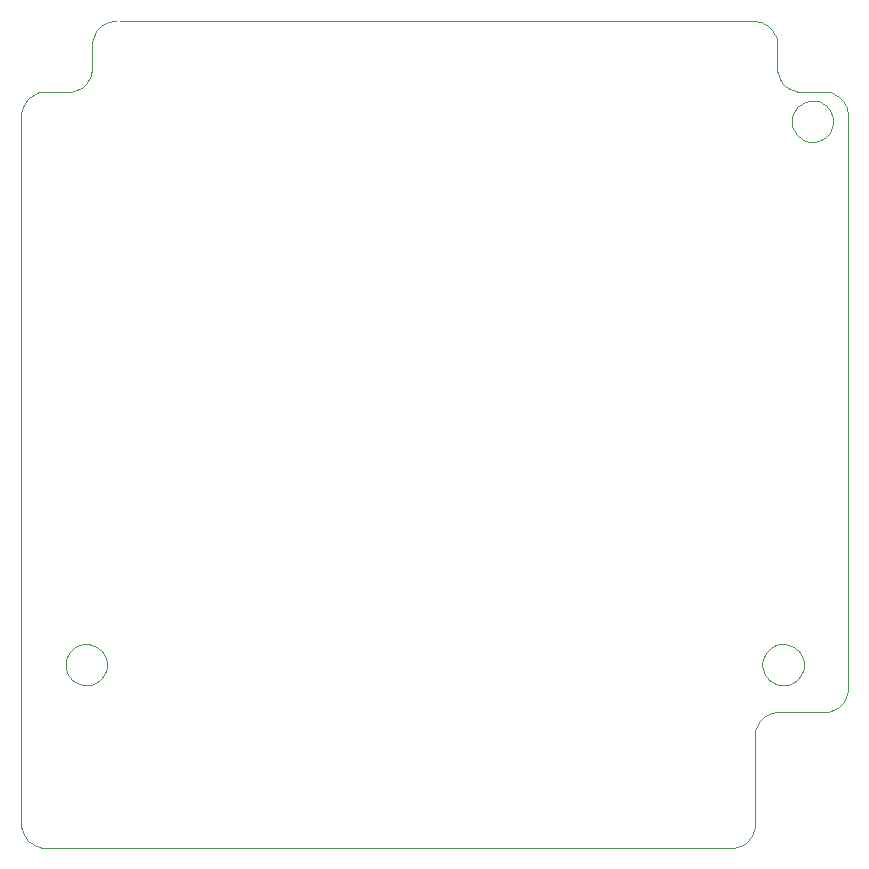
<source format=gm1>
G04*
G04 #@! TF.GenerationSoftware,Altium Limited,Altium Designer,20.2.6 (244)*
G04*
G04 Layer_Color=16711935*
%FSLAX25Y25*%
%MOIN*%
G70*
G04*
G04 #@! TF.SameCoordinates,4BF73655-697D-4C1E-89EC-0D8241B82C52*
G04*
G04*
G04 #@! TF.FilePolarity,Positive*
G04*
G01*
G75*
%ADD10C,0.00394*%
D10*
X267717Y45276D02*
X268744Y45343D01*
X269755Y45544D01*
X270730Y45875D01*
X271654Y46330D01*
X272510Y46903D01*
X273284Y47582D01*
X273963Y48356D01*
X274536Y49213D01*
X274991Y50136D01*
X275322Y51112D01*
X275523Y52122D01*
X275591Y53150D01*
X252657Y45276D02*
X251672Y45216D01*
X250702Y45038D01*
X249760Y44745D01*
X248861Y44340D01*
X248016Y43830D01*
X247240Y43221D01*
X246543Y42524D01*
X245934Y41747D01*
X245424Y40903D01*
X245019Y40004D01*
X244726Y39062D01*
X244548Y38092D01*
X244488Y37107D01*
X236614Y0D02*
X237642Y67D01*
X238652Y268D01*
X239627Y599D01*
X240551Y1055D01*
X241408Y1627D01*
X242182Y2306D01*
X242861Y3081D01*
X243433Y3937D01*
X243889Y4861D01*
X244220Y5836D01*
X244421Y6846D01*
X244488Y7874D01*
X275591Y243985D02*
X275532Y244948D01*
X275359Y245896D01*
X275072Y246816D01*
X274676Y247695D01*
X274177Y248520D01*
X273583Y249279D01*
X272901Y249961D01*
X272142Y250555D01*
X271317Y251054D01*
X270438Y251450D01*
X269518Y251736D01*
X268570Y251910D01*
X267607Y251969D01*
X251969Y260032D02*
X252027Y259060D01*
X252203Y258102D01*
X252492Y257172D01*
X252892Y256284D01*
X253396Y255451D01*
X253996Y254685D01*
X254685Y253996D01*
X255451Y253396D01*
X256284Y252892D01*
X257172Y252492D01*
X258102Y252203D01*
X259060Y252027D01*
X260032Y251969D01*
X251969Y267622D02*
X251910Y268583D01*
X251737Y269529D01*
X251451Y270448D01*
X251056Y271325D01*
X250558Y272149D01*
X249964Y272906D01*
X249284Y273587D01*
X248527Y274180D01*
X247703Y274678D01*
X246826Y275073D01*
X245907Y275359D01*
X244960Y275532D01*
X244000Y275590D01*
X-0Y8000D02*
X58Y7036D01*
X233Y6086D01*
X520Y5163D01*
X916Y4282D01*
X1416Y3455D01*
X2012Y2695D01*
X2695Y2012D01*
X3455Y1416D01*
X4282Y916D01*
X5163Y520D01*
X6086Y233D01*
X7036Y58D01*
X8000Y0D01*
X7969Y251969D02*
X7008Y251910D01*
X6061Y251737D01*
X5143Y251451D01*
X4265Y251056D01*
X3442Y250558D01*
X2684Y249964D01*
X2004Y249284D01*
X1410Y248527D01*
X913Y247703D01*
X518Y246826D01*
X231Y245907D01*
X58Y244960D01*
X-0Y244000D01*
X15590Y251969D02*
X16559Y252027D01*
X17513Y252202D01*
X18439Y252490D01*
X19323Y252888D01*
X20153Y253390D01*
X20916Y253988D01*
X21602Y254674D01*
X22200Y255438D01*
X22702Y256268D01*
X23100Y257152D01*
X23389Y258078D01*
X23563Y259032D01*
X23622Y260000D01*
X31591Y275590D02*
X30630Y275532D01*
X29684Y275359D01*
X28765Y275073D01*
X27887Y274678D01*
X27064Y274180D01*
X26307Y273587D01*
X25626Y272906D01*
X25033Y272149D01*
X24535Y271325D01*
X24140Y270448D01*
X23854Y269529D01*
X23680Y268583D01*
X23622Y267622D01*
X270669Y242126D02*
X270596Y243129D01*
X270377Y244111D01*
X270018Y245050D01*
X269526Y245928D01*
X268911Y246724D01*
X268187Y247422D01*
X267369Y248007D01*
X266474Y248467D01*
X265522Y248792D01*
X264533Y248974D01*
X263528Y249011D01*
X262528Y248901D01*
X261555Y248647D01*
X260629Y248253D01*
X259771Y247729D01*
X258998Y247086D01*
X258326Y246337D01*
X257771Y245498D01*
X257344Y244587D01*
X257055Y243624D01*
X256908Y242629D01*
Y241623D01*
X257055Y240628D01*
X257344Y239665D01*
X257771Y238754D01*
X258326Y237915D01*
X258998Y237166D01*
X259771Y236523D01*
X260629Y235999D01*
X261555Y235605D01*
X262528Y235351D01*
X263528Y235241D01*
X264533Y235278D01*
X265522Y235460D01*
X266474Y235785D01*
X267369Y236245D01*
X268187Y236830D01*
X268911Y237528D01*
X269526Y238324D01*
X270018Y239202D01*
X270377Y240141D01*
X270596Y241123D01*
X270669Y242126D01*
X260827Y61024D02*
X260753Y62027D01*
X260535Y63008D01*
X260175Y63948D01*
X259683Y64825D01*
X259068Y65621D01*
X258344Y66319D01*
X257526Y66905D01*
X256632Y67365D01*
X255680Y67689D01*
X254691Y67872D01*
X253685Y67909D01*
X252686Y67799D01*
X251712Y67544D01*
X250787Y67151D01*
X249928Y66627D01*
X249155Y65984D01*
X248484Y65234D01*
X247929Y64396D01*
X247502Y63485D01*
X247212Y62522D01*
X247066Y61527D01*
Y60521D01*
X247212Y59526D01*
X247502Y58562D01*
X247929Y57652D01*
X248484Y56813D01*
X249155Y56064D01*
X249928Y55420D01*
X250787Y54896D01*
X251712Y54503D01*
X252686Y54248D01*
X253685Y54138D01*
X254691Y54175D01*
X255680Y54358D01*
X256632Y54683D01*
X257526Y55143D01*
X258344Y55728D01*
X259068Y56426D01*
X259683Y57222D01*
X260175Y58099D01*
X260535Y59039D01*
X260753Y60021D01*
X260827Y61024D01*
X28543D02*
X28470Y62027D01*
X28251Y63008D01*
X27892Y63948D01*
X27400Y64825D01*
X26785Y65621D01*
X26061Y66319D01*
X25243Y66905D01*
X24348Y67365D01*
X23396Y67689D01*
X22407Y67872D01*
X21402Y67909D01*
X20402Y67799D01*
X19429Y67544D01*
X18503Y67151D01*
X17645Y66627D01*
X16872Y65984D01*
X16200Y65234D01*
X15645Y64396D01*
X15218Y63485D01*
X14929Y62522D01*
X14782Y61527D01*
Y60521D01*
X14929Y59526D01*
X15218Y58562D01*
X15645Y57652D01*
X16200Y56813D01*
X16872Y56064D01*
X17645Y55420D01*
X18503Y54896D01*
X19429Y54503D01*
X20402Y54248D01*
X21402Y54138D01*
X22407Y54175D01*
X23396Y54358D01*
X24348Y54683D01*
X25243Y55143D01*
X26061Y55728D01*
X26785Y56426D01*
X27400Y57222D01*
X27892Y58099D01*
X28251Y59039D01*
X28470Y60021D01*
X28543Y61024D01*
X275591Y53150D02*
Y243985D01*
X252657Y45276D02*
X267717D01*
X244488Y7874D02*
Y37107D01*
X8000Y0D02*
X236614D01*
X32791Y275590D02*
X245200D01*
X260032Y251969D02*
X267607D01*
X251969Y260032D02*
Y267622D01*
X23622Y260000D02*
Y267622D01*
X7969Y251969D02*
X15590D01*
X-0Y8000D02*
Y244000D01*
M02*

</source>
